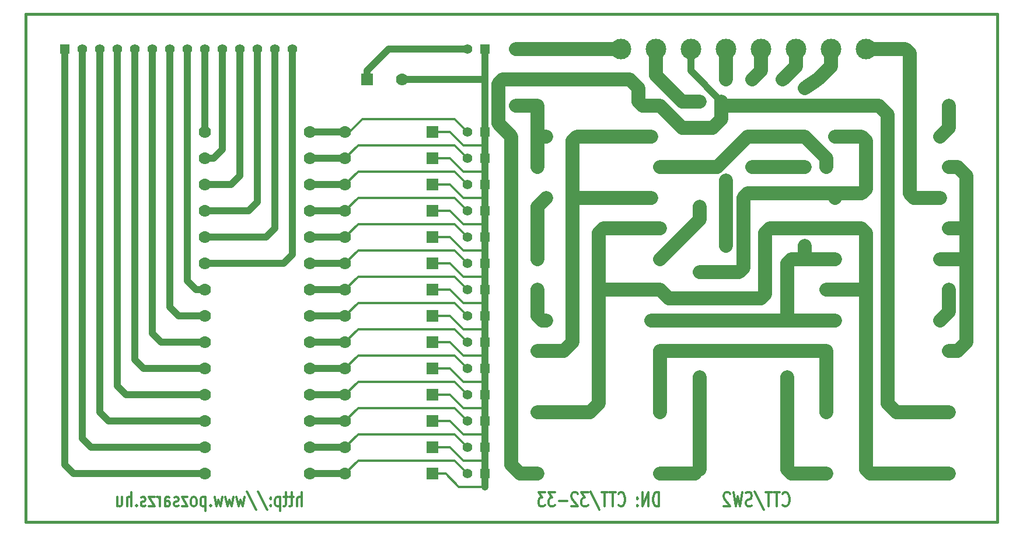
<source format=gbr>
G04 #@! TF.FileFunction,Copper,L2,Bot,Signal*
%FSLAX46Y46*%
G04 Gerber Fmt 4.6, Leading zero omitted, Abs format (unit mm)*
G04 Created by KiCad (PCBNEW 4.0.5+dfsg1-4+deb9u1) date Mon Sep 26 08:47:56 2022*
%MOMM*%
%LPD*%
G01*
G04 APERTURE LIST*
%ADD10C,0.100000*%
%ADD11C,0.304800*%
%ADD12C,0.381000*%
%ADD13R,1.778000X1.778000*%
%ADD14C,1.778000*%
%ADD15R,1.397000X1.397000*%
%ADD16C,1.397000*%
%ADD17C,2.999740*%
%ADD18C,1.099820*%
%ADD19C,1.000760*%
%ADD20C,1.998980*%
%ADD21C,0.350520*%
G04 APERTURE END LIST*
D10*
D11*
X189230000Y-141695714D02*
X189302571Y-141792476D01*
X189520285Y-141889238D01*
X189665428Y-141889238D01*
X189883143Y-141792476D01*
X190028285Y-141598952D01*
X190100857Y-141405429D01*
X190173428Y-141018381D01*
X190173428Y-140728095D01*
X190100857Y-140341048D01*
X190028285Y-140147524D01*
X189883143Y-139954000D01*
X189665428Y-139857238D01*
X189520285Y-139857238D01*
X189302571Y-139954000D01*
X189230000Y-140050762D01*
X188794571Y-139857238D02*
X187923714Y-139857238D01*
X188359143Y-141889238D02*
X188359143Y-139857238D01*
X187633428Y-139857238D02*
X186762571Y-139857238D01*
X187198000Y-141889238D02*
X187198000Y-139857238D01*
X185165999Y-139760476D02*
X186472285Y-142373048D01*
X184730571Y-141792476D02*
X184512857Y-141889238D01*
X184150000Y-141889238D01*
X184004857Y-141792476D01*
X183932286Y-141695714D01*
X183859714Y-141502190D01*
X183859714Y-141308667D01*
X183932286Y-141115143D01*
X184004857Y-141018381D01*
X184150000Y-140921619D01*
X184440286Y-140824857D01*
X184585428Y-140728095D01*
X184658000Y-140631333D01*
X184730571Y-140437810D01*
X184730571Y-140244286D01*
X184658000Y-140050762D01*
X184585428Y-139954000D01*
X184440286Y-139857238D01*
X184077428Y-139857238D01*
X183859714Y-139954000D01*
X183351714Y-139857238D02*
X182988857Y-141889238D01*
X182698571Y-140437810D01*
X182408285Y-141889238D01*
X182045428Y-139857238D01*
X181537428Y-140050762D02*
X181464857Y-139954000D01*
X181319714Y-139857238D01*
X180956857Y-139857238D01*
X180811714Y-139954000D01*
X180739143Y-140050762D01*
X180666571Y-140244286D01*
X180666571Y-140437810D01*
X180739143Y-140728095D01*
X181610000Y-141889238D01*
X180666571Y-141889238D01*
X171268572Y-141889238D02*
X171268572Y-139857238D01*
X170905715Y-139857238D01*
X170688000Y-139954000D01*
X170542858Y-140147524D01*
X170470286Y-140341048D01*
X170397715Y-140728095D01*
X170397715Y-141018381D01*
X170470286Y-141405429D01*
X170542858Y-141598952D01*
X170688000Y-141792476D01*
X170905715Y-141889238D01*
X171268572Y-141889238D01*
X169744572Y-141889238D02*
X169744572Y-139857238D01*
X168873715Y-141889238D01*
X168873715Y-139857238D01*
X168148001Y-141695714D02*
X168075429Y-141792476D01*
X168148001Y-141889238D01*
X168220572Y-141792476D01*
X168148001Y-141695714D01*
X168148001Y-141889238D01*
X168148001Y-140631333D02*
X168075429Y-140728095D01*
X168148001Y-140824857D01*
X168220572Y-140728095D01*
X168148001Y-140631333D01*
X168148001Y-140824857D01*
X165390287Y-141695714D02*
X165462858Y-141792476D01*
X165680572Y-141889238D01*
X165825715Y-141889238D01*
X166043430Y-141792476D01*
X166188572Y-141598952D01*
X166261144Y-141405429D01*
X166333715Y-141018381D01*
X166333715Y-140728095D01*
X166261144Y-140341048D01*
X166188572Y-140147524D01*
X166043430Y-139954000D01*
X165825715Y-139857238D01*
X165680572Y-139857238D01*
X165462858Y-139954000D01*
X165390287Y-140050762D01*
X164954858Y-139857238D02*
X164084001Y-139857238D01*
X164519430Y-141889238D02*
X164519430Y-139857238D01*
X163793715Y-139857238D02*
X162922858Y-139857238D01*
X163358287Y-141889238D02*
X163358287Y-139857238D01*
X161326286Y-139760476D02*
X162632572Y-142373048D01*
X160963430Y-139857238D02*
X160020001Y-139857238D01*
X160528001Y-140631333D01*
X160310287Y-140631333D01*
X160165144Y-140728095D01*
X160092573Y-140824857D01*
X160020001Y-141018381D01*
X160020001Y-141502190D01*
X160092573Y-141695714D01*
X160165144Y-141792476D01*
X160310287Y-141889238D01*
X160745715Y-141889238D01*
X160890858Y-141792476D01*
X160963430Y-141695714D01*
X159439429Y-140050762D02*
X159366858Y-139954000D01*
X159221715Y-139857238D01*
X158858858Y-139857238D01*
X158713715Y-139954000D01*
X158641144Y-140050762D01*
X158568572Y-140244286D01*
X158568572Y-140437810D01*
X158641144Y-140728095D01*
X159512001Y-141889238D01*
X158568572Y-141889238D01*
X157915429Y-141115143D02*
X156754286Y-141115143D01*
X156173715Y-139857238D02*
X155230286Y-139857238D01*
X155738286Y-140631333D01*
X155520572Y-140631333D01*
X155375429Y-140728095D01*
X155302858Y-140824857D01*
X155230286Y-141018381D01*
X155230286Y-141502190D01*
X155302858Y-141695714D01*
X155375429Y-141792476D01*
X155520572Y-141889238D01*
X155956000Y-141889238D01*
X156101143Y-141792476D01*
X156173715Y-141695714D01*
X154722286Y-139857238D02*
X153778857Y-139857238D01*
X154286857Y-140631333D01*
X154069143Y-140631333D01*
X153924000Y-140728095D01*
X153851429Y-140824857D01*
X153778857Y-141018381D01*
X153778857Y-141502190D01*
X153851429Y-141695714D01*
X153924000Y-141792476D01*
X154069143Y-141889238D01*
X154504571Y-141889238D01*
X154649714Y-141792476D01*
X154722286Y-141695714D01*
X119398140Y-141889238D02*
X119398140Y-139857238D01*
X118744997Y-141889238D02*
X118744997Y-140824857D01*
X118817568Y-140631333D01*
X118962711Y-140534571D01*
X119180426Y-140534571D01*
X119325568Y-140631333D01*
X119398140Y-140728095D01*
X118236997Y-140534571D02*
X117656426Y-140534571D01*
X118019283Y-139857238D02*
X118019283Y-141598952D01*
X117946711Y-141792476D01*
X117801569Y-141889238D01*
X117656426Y-141889238D01*
X117366140Y-140534571D02*
X116785569Y-140534571D01*
X117148426Y-139857238D02*
X117148426Y-141598952D01*
X117075854Y-141792476D01*
X116930712Y-141889238D01*
X116785569Y-141889238D01*
X116277569Y-140534571D02*
X116277569Y-142566571D01*
X116277569Y-140631333D02*
X116132426Y-140534571D01*
X115842140Y-140534571D01*
X115696997Y-140631333D01*
X115624426Y-140728095D01*
X115551855Y-140921619D01*
X115551855Y-141502190D01*
X115624426Y-141695714D01*
X115696997Y-141792476D01*
X115842140Y-141889238D01*
X116132426Y-141889238D01*
X116277569Y-141792476D01*
X114898712Y-141695714D02*
X114826140Y-141792476D01*
X114898712Y-141889238D01*
X114971283Y-141792476D01*
X114898712Y-141695714D01*
X114898712Y-141889238D01*
X114898712Y-140631333D02*
X114826140Y-140728095D01*
X114898712Y-140824857D01*
X114971283Y-140728095D01*
X114898712Y-140631333D01*
X114898712Y-140824857D01*
X113084426Y-139760476D02*
X114390712Y-142373048D01*
X111487855Y-139760476D02*
X112794141Y-142373048D01*
X111124999Y-140534571D02*
X110834713Y-141889238D01*
X110544427Y-140921619D01*
X110254142Y-141889238D01*
X109963856Y-140534571D01*
X109528428Y-140534571D02*
X109238142Y-141889238D01*
X108947856Y-140921619D01*
X108657571Y-141889238D01*
X108367285Y-140534571D01*
X107931857Y-140534571D02*
X107641571Y-141889238D01*
X107351285Y-140921619D01*
X107061000Y-141889238D01*
X106770714Y-140534571D01*
X106190143Y-141695714D02*
X106117571Y-141792476D01*
X106190143Y-141889238D01*
X106262714Y-141792476D01*
X106190143Y-141695714D01*
X106190143Y-141889238D01*
X105464429Y-140534571D02*
X105464429Y-142566571D01*
X105464429Y-140631333D02*
X105319286Y-140534571D01*
X105029000Y-140534571D01*
X104883857Y-140631333D01*
X104811286Y-140728095D01*
X104738715Y-140921619D01*
X104738715Y-141502190D01*
X104811286Y-141695714D01*
X104883857Y-141792476D01*
X105029000Y-141889238D01*
X105319286Y-141889238D01*
X105464429Y-141792476D01*
X103867858Y-141889238D02*
X104013000Y-141792476D01*
X104085572Y-141695714D01*
X104158143Y-141502190D01*
X104158143Y-140921619D01*
X104085572Y-140728095D01*
X104013000Y-140631333D01*
X103867858Y-140534571D01*
X103650143Y-140534571D01*
X103505000Y-140631333D01*
X103432429Y-140728095D01*
X103359858Y-140921619D01*
X103359858Y-141502190D01*
X103432429Y-141695714D01*
X103505000Y-141792476D01*
X103650143Y-141889238D01*
X103867858Y-141889238D01*
X102851858Y-140534571D02*
X102053572Y-140534571D01*
X102851858Y-141889238D01*
X102053572Y-141889238D01*
X101545572Y-141792476D02*
X101400429Y-141889238D01*
X101110144Y-141889238D01*
X100965001Y-141792476D01*
X100892429Y-141598952D01*
X100892429Y-141502190D01*
X100965001Y-141308667D01*
X101110144Y-141211905D01*
X101327858Y-141211905D01*
X101473001Y-141115143D01*
X101545572Y-140921619D01*
X101545572Y-140824857D01*
X101473001Y-140631333D01*
X101327858Y-140534571D01*
X101110144Y-140534571D01*
X100965001Y-140631333D01*
X99586144Y-141889238D02*
X99586144Y-140824857D01*
X99658715Y-140631333D01*
X99803858Y-140534571D01*
X100094144Y-140534571D01*
X100239287Y-140631333D01*
X99586144Y-141792476D02*
X99731287Y-141889238D01*
X100094144Y-141889238D01*
X100239287Y-141792476D01*
X100311858Y-141598952D01*
X100311858Y-141405429D01*
X100239287Y-141211905D01*
X100094144Y-141115143D01*
X99731287Y-141115143D01*
X99586144Y-141018381D01*
X98860430Y-141889238D02*
X98860430Y-140534571D01*
X98860430Y-140921619D02*
X98787858Y-140728095D01*
X98715287Y-140631333D01*
X98570144Y-140534571D01*
X98425001Y-140534571D01*
X98062144Y-140534571D02*
X97263858Y-140534571D01*
X98062144Y-141889238D01*
X97263858Y-141889238D01*
X96755858Y-141792476D02*
X96610715Y-141889238D01*
X96320430Y-141889238D01*
X96175287Y-141792476D01*
X96102715Y-141598952D01*
X96102715Y-141502190D01*
X96175287Y-141308667D01*
X96320430Y-141211905D01*
X96538144Y-141211905D01*
X96683287Y-141115143D01*
X96755858Y-140921619D01*
X96755858Y-140824857D01*
X96683287Y-140631333D01*
X96538144Y-140534571D01*
X96320430Y-140534571D01*
X96175287Y-140631333D01*
X95449573Y-141695714D02*
X95377001Y-141792476D01*
X95449573Y-141889238D01*
X95522144Y-141792476D01*
X95449573Y-141695714D01*
X95449573Y-141889238D01*
X94723859Y-141889238D02*
X94723859Y-139857238D01*
X94070716Y-141889238D02*
X94070716Y-140824857D01*
X94143287Y-140631333D01*
X94288430Y-140534571D01*
X94506145Y-140534571D01*
X94651287Y-140631333D01*
X94723859Y-140728095D01*
X92691859Y-140534571D02*
X92691859Y-141889238D01*
X93345002Y-140534571D02*
X93345002Y-141598952D01*
X93272430Y-141792476D01*
X93127288Y-141889238D01*
X92909573Y-141889238D01*
X92764430Y-141792476D01*
X92691859Y-141695714D01*
D12*
X79375000Y-144145000D02*
X79375000Y-70485000D01*
X220345000Y-144145000D02*
X79375000Y-144145000D01*
X220345000Y-70485000D02*
X220345000Y-144145000D01*
X79375000Y-70485000D02*
X220345000Y-70485000D01*
D13*
X128905000Y-80010000D03*
D14*
X133985000Y-80010000D03*
X125730000Y-137160000D03*
D13*
X138430000Y-137160000D03*
D14*
X125730000Y-133350000D03*
D13*
X138430000Y-133350000D03*
D14*
X125730000Y-129540000D03*
D13*
X138430000Y-129540000D03*
D14*
X125730000Y-125730000D03*
D13*
X138430000Y-125730000D03*
D14*
X125730000Y-121920000D03*
D13*
X138430000Y-121920000D03*
D14*
X125730000Y-118110000D03*
D13*
X138430000Y-118110000D03*
D14*
X125730000Y-114300000D03*
D13*
X138430000Y-114300000D03*
D14*
X125730000Y-110490000D03*
D13*
X138430000Y-110490000D03*
D14*
X125730000Y-106680000D03*
D13*
X138430000Y-106680000D03*
D14*
X125730000Y-102870000D03*
D13*
X138430000Y-102870000D03*
D14*
X125730000Y-99060000D03*
D13*
X138430000Y-99060000D03*
D14*
X125730000Y-95250000D03*
D13*
X138430000Y-95250000D03*
D14*
X125730000Y-91440000D03*
D13*
X138430000Y-91440000D03*
D14*
X125730000Y-87630000D03*
D13*
X138430000Y-87630000D03*
D14*
X120650000Y-137160000D03*
X105410000Y-137160000D03*
X105410000Y-133350000D03*
X120650000Y-133350000D03*
X120650000Y-129540000D03*
X105410000Y-129540000D03*
X120650000Y-125730000D03*
X105410000Y-125730000D03*
X120650000Y-121920000D03*
X105410000Y-121920000D03*
X120650000Y-118110000D03*
X105410000Y-118110000D03*
X120650000Y-114300000D03*
X105410000Y-114300000D03*
X120650000Y-110490000D03*
X105410000Y-110490000D03*
X105410000Y-106680000D03*
X120650000Y-106680000D03*
X105410000Y-102870000D03*
X120650000Y-102870000D03*
X105410000Y-99060000D03*
X120650000Y-99060000D03*
X105410000Y-95250000D03*
X120650000Y-95250000D03*
X105410000Y-91440000D03*
X120650000Y-91440000D03*
X105410000Y-87630000D03*
X120650000Y-87630000D03*
X170180000Y-88265000D03*
X154940000Y-88265000D03*
X170180000Y-97155000D03*
X154940000Y-97155000D03*
X189865000Y-107950000D03*
X189865000Y-123190000D03*
X196850000Y-114935000D03*
X212090000Y-114935000D03*
X170180000Y-114935000D03*
X154940000Y-114935000D03*
X196850000Y-106045000D03*
X212090000Y-106045000D03*
X177165000Y-83185000D03*
X177165000Y-98425000D03*
X177165000Y-123190000D03*
X177165000Y-107950000D03*
X212090000Y-88265000D03*
X196850000Y-88265000D03*
X195580000Y-128270000D03*
X213360000Y-128270000D03*
X171450000Y-128270000D03*
X153670000Y-128270000D03*
X195580000Y-119380000D03*
X213360000Y-119380000D03*
X171450000Y-119380000D03*
X153670000Y-119380000D03*
X195580000Y-137160000D03*
X213360000Y-137160000D03*
X213360000Y-110490000D03*
X195580000Y-110490000D03*
X153670000Y-110490000D03*
X171450000Y-110490000D03*
X213360000Y-101600000D03*
X195580000Y-101600000D03*
X153670000Y-101600000D03*
X171450000Y-101600000D03*
X213360000Y-92710000D03*
X195580000Y-92710000D03*
X153670000Y-92710000D03*
X171450000Y-92710000D03*
X153670000Y-137160000D03*
X171450000Y-137160000D03*
X195580000Y-83820000D03*
X213360000Y-83820000D03*
X171450000Y-83820000D03*
X153670000Y-83820000D03*
D15*
X146050000Y-129540000D03*
D16*
X143510000Y-129540000D03*
D15*
X146050000Y-125730000D03*
D16*
X143510000Y-125730000D03*
D15*
X146050000Y-121920000D03*
D16*
X143510000Y-121920000D03*
D15*
X146050000Y-118110000D03*
D16*
X143510000Y-118110000D03*
D15*
X146050000Y-137160000D03*
D16*
X143510000Y-137160000D03*
D15*
X146050000Y-114300000D03*
D16*
X143510000Y-114300000D03*
D15*
X146050000Y-110490000D03*
D16*
X143510000Y-110490000D03*
D15*
X146050000Y-106680000D03*
D16*
X143510000Y-106680000D03*
D15*
X146050000Y-102870000D03*
D16*
X143510000Y-102870000D03*
D15*
X146050000Y-99060000D03*
D16*
X143510000Y-99060000D03*
D15*
X146050000Y-95250000D03*
D16*
X143510000Y-95250000D03*
D15*
X146050000Y-133350000D03*
D16*
X143510000Y-133350000D03*
D15*
X146050000Y-91440000D03*
D16*
X143510000Y-91440000D03*
D15*
X146050000Y-87630000D03*
D16*
X143510000Y-87630000D03*
D17*
X201295000Y-75565000D03*
X196215000Y-75565000D03*
X191135000Y-75565000D03*
D15*
X85090000Y-75565000D03*
D16*
X87630000Y-75565000D03*
X90170000Y-75565000D03*
X92710000Y-75565000D03*
X95250000Y-75565000D03*
X97790000Y-75565000D03*
X100330000Y-75565000D03*
X102870000Y-75565000D03*
X105410000Y-75565000D03*
X107950000Y-75565000D03*
X110490000Y-75565000D03*
X113030000Y-75565000D03*
X115570000Y-75565000D03*
X118110000Y-75565000D03*
D15*
X146050000Y-75565000D03*
D16*
X143510000Y-75565000D03*
D17*
X165735000Y-75565000D03*
X170815000Y-75565000D03*
X175895000Y-75565000D03*
X180975000Y-75565000D03*
X186055000Y-75565000D03*
D18*
X150495000Y-83820000D03*
X150495000Y-75565000D03*
X171450000Y-106045000D03*
X153670000Y-106045000D03*
X192405000Y-104140000D03*
X192405000Y-92710000D03*
X184785000Y-92710000D03*
X184785000Y-80010000D03*
X196850000Y-97155000D03*
X212090000Y-97155000D03*
X180975000Y-104140000D03*
X180975000Y-94615000D03*
X180975000Y-80010000D03*
X180975000Y-119380000D03*
X189230000Y-80010000D03*
X189230000Y-101600000D03*
X192405000Y-81280000D03*
X192405000Y-88265000D03*
D19*
X102870000Y-75565000D02*
X102870000Y-78105000D01*
X95250000Y-75565000D02*
X95250000Y-78105000D01*
X92710000Y-75565000D02*
X92710000Y-78105000D01*
X85090000Y-75565000D02*
X85090000Y-78105000D01*
D20*
X170815000Y-79375000D02*
X174625000Y-83185000D01*
X174625000Y-83185000D02*
X177165000Y-83185000D01*
X170815000Y-75565000D02*
X170815000Y-79375000D01*
D19*
X101600000Y-114300000D02*
X105410000Y-114300000D01*
X100330000Y-113030000D02*
X101600000Y-114300000D01*
X100330000Y-75565000D02*
X100330000Y-77470000D01*
X100330000Y-77470000D02*
X100330000Y-113030000D01*
X92710000Y-124460000D02*
X93980000Y-125730000D01*
X93980000Y-125730000D02*
X105410000Y-125730000D01*
X92710000Y-78105000D02*
X92710000Y-124460000D01*
X92710000Y-77470000D02*
X92710000Y-78105000D01*
X107950000Y-90170000D02*
X107950000Y-77470000D01*
X106680000Y-91440000D02*
X107950000Y-90170000D01*
X107950000Y-77470000D02*
X107950000Y-75565000D01*
X105410000Y-91440000D02*
X106680000Y-91440000D01*
X110490000Y-93980000D02*
X110490000Y-77470000D01*
X109220000Y-95250000D02*
X110490000Y-93980000D01*
X110490000Y-77470000D02*
X110490000Y-75565000D01*
X105410000Y-95250000D02*
X109220000Y-95250000D01*
X113030000Y-97790000D02*
X113030000Y-77470000D01*
X111760000Y-99060000D02*
X113030000Y-97790000D01*
X113030000Y-77470000D02*
X113030000Y-75565000D01*
X105410000Y-99060000D02*
X111760000Y-99060000D01*
X115570000Y-101600000D02*
X115570000Y-77470000D01*
X114300000Y-102870000D02*
X115570000Y-101600000D01*
X115570000Y-77470000D02*
X115570000Y-75565000D01*
X105410000Y-102870000D02*
X114300000Y-102870000D01*
X118110000Y-105410000D02*
X118110000Y-77470000D01*
X116840000Y-106680000D02*
X118110000Y-105410000D01*
X118110000Y-77470000D02*
X118110000Y-75565000D01*
X105410000Y-106680000D02*
X116840000Y-106680000D01*
X102870000Y-109220000D02*
X104140000Y-110490000D01*
X104140000Y-110490000D02*
X105410000Y-110490000D01*
X102870000Y-78105000D02*
X102870000Y-109220000D01*
X102870000Y-77470000D02*
X102870000Y-78105000D01*
X97790000Y-116840000D02*
X97790000Y-77470000D01*
X99060000Y-118110000D02*
X97790000Y-116840000D01*
X97790000Y-77470000D02*
X97790000Y-75565000D01*
X105410000Y-118110000D02*
X99060000Y-118110000D01*
X95250000Y-120650000D02*
X96520000Y-121920000D01*
X96520000Y-121920000D02*
X105410000Y-121920000D01*
X95250000Y-78105000D02*
X95250000Y-120650000D01*
X95250000Y-77470000D02*
X95250000Y-78105000D01*
X90170000Y-128270000D02*
X90170000Y-77470000D01*
X91440000Y-129540000D02*
X90170000Y-128270000D01*
X90170000Y-77470000D02*
X90170000Y-75565000D01*
X105410000Y-129540000D02*
X91440000Y-129540000D01*
X88900000Y-133350000D02*
X105410000Y-133350000D01*
X87630000Y-132080000D02*
X88900000Y-133350000D01*
X87630000Y-75565000D02*
X87630000Y-77470000D01*
X87630000Y-77470000D02*
X87630000Y-132080000D01*
X86360000Y-137160000D02*
X85090000Y-135890000D01*
X85090000Y-78105000D02*
X85090000Y-77470000D01*
X85090000Y-135890000D02*
X85090000Y-78105000D01*
X105410000Y-137160000D02*
X86360000Y-137160000D01*
X105410000Y-77470000D02*
X105410000Y-75565000D01*
X105410000Y-87630000D02*
X105410000Y-77470000D01*
D21*
X140970000Y-121920000D02*
X142875000Y-123825000D01*
X142875000Y-123825000D02*
X146050000Y-123825000D01*
X138430000Y-121920000D02*
X140970000Y-121920000D01*
X140970000Y-125730000D02*
X142875000Y-127635000D01*
X142875000Y-127635000D02*
X146050000Y-127635000D01*
X138430000Y-125730000D02*
X140970000Y-125730000D01*
X140970000Y-129540000D02*
X142875000Y-131445000D01*
X142875000Y-131445000D02*
X146050000Y-131445000D01*
X138430000Y-129540000D02*
X140970000Y-129540000D01*
X140970000Y-133350000D02*
X142875000Y-135255000D01*
X142875000Y-135255000D02*
X146050000Y-135255000D01*
X138430000Y-133350000D02*
X140970000Y-133350000D01*
X142240000Y-139065000D02*
X146050000Y-139065000D01*
X140335000Y-137160000D02*
X142240000Y-139065000D01*
D19*
X146050000Y-139065000D02*
X146050000Y-137160000D01*
D21*
X138430000Y-137160000D02*
X140335000Y-137160000D01*
X140970000Y-114300000D02*
X142875000Y-116205000D01*
X142875000Y-116205000D02*
X146050000Y-116205000D01*
X138430000Y-114300000D02*
X140970000Y-114300000D01*
X140970000Y-118110000D02*
X142875000Y-120015000D01*
X142875000Y-120015000D02*
X146050000Y-120015000D01*
X138430000Y-118110000D02*
X140970000Y-118110000D01*
X140970000Y-106680000D02*
X142875000Y-108585000D01*
X142875000Y-108585000D02*
X146050000Y-108585000D01*
X138430000Y-106680000D02*
X140970000Y-106680000D01*
X140970000Y-110490000D02*
X142875000Y-112395000D01*
X142875000Y-112395000D02*
X146050000Y-112395000D01*
X138430000Y-110490000D02*
X140970000Y-110490000D01*
X140970000Y-99060000D02*
X142875000Y-100965000D01*
X142875000Y-100965000D02*
X146050000Y-100965000D01*
X138430000Y-99060000D02*
X140970000Y-99060000D01*
X140970000Y-102870000D02*
X142875000Y-104775000D01*
X142875000Y-104775000D02*
X146050000Y-104775000D01*
X138430000Y-102870000D02*
X140970000Y-102870000D01*
X140970000Y-95250000D02*
X142875000Y-97155000D01*
X142875000Y-97155000D02*
X146050000Y-97155000D01*
X138430000Y-95250000D02*
X140970000Y-95250000D01*
X140970000Y-91440000D02*
X142875000Y-93345000D01*
X142875000Y-93345000D02*
X146050000Y-93345000D01*
X138430000Y-91440000D02*
X140970000Y-91440000D01*
X140970000Y-87630000D02*
X142875000Y-89535000D01*
X142875000Y-89535000D02*
X146050000Y-89535000D01*
X138430000Y-87630000D02*
X140970000Y-87630000D01*
D19*
X146050000Y-135255000D02*
X146050000Y-137160000D01*
X146050000Y-131445000D02*
X146050000Y-135255000D01*
X146050000Y-128270000D02*
X146050000Y-131445000D01*
X146050000Y-127635000D02*
X146050000Y-128270000D01*
X146050000Y-123825000D02*
X146050000Y-127635000D01*
X146050000Y-120015000D02*
X146050000Y-123825000D01*
X146050000Y-116205000D02*
X146050000Y-120015000D01*
X146050000Y-112395000D02*
X146050000Y-116205000D01*
X146050000Y-108585000D02*
X146050000Y-112395000D01*
X146050000Y-104775000D02*
X146050000Y-108585000D01*
X146050000Y-100965000D02*
X146050000Y-104775000D01*
X146050000Y-97155000D02*
X146050000Y-100965000D01*
X146050000Y-93345000D02*
X146050000Y-97155000D01*
X146050000Y-89535000D02*
X146050000Y-93345000D01*
X146050000Y-87630000D02*
X146050000Y-89535000D01*
X146050000Y-80645000D02*
X146050000Y-87630000D01*
X146050000Y-80010000D02*
X146050000Y-80645000D01*
X143510000Y-75565000D02*
X132080000Y-75565000D01*
X128905000Y-80010000D02*
X128905000Y-78740000D01*
X128905000Y-78740000D02*
X132080000Y-75565000D01*
X146050000Y-80010000D02*
X146050000Y-77470000D01*
X146050000Y-75565000D02*
X146050000Y-77470000D01*
X133985000Y-80010000D02*
X146050000Y-80010000D01*
D21*
X127635000Y-135255000D02*
X141605000Y-135255000D01*
X141605000Y-135255000D02*
X143510000Y-137160000D01*
X125730000Y-137160000D02*
X127635000Y-135255000D01*
D19*
X120650000Y-137160000D02*
X125730000Y-137160000D01*
D21*
X127635000Y-131445000D02*
X141605000Y-131445000D01*
X141605000Y-131445000D02*
X143510000Y-133350000D01*
X125730000Y-133350000D02*
X127635000Y-131445000D01*
D19*
X125730000Y-133350000D02*
X120650000Y-133350000D01*
D21*
X127635000Y-127635000D02*
X141605000Y-127635000D01*
X141605000Y-127635000D02*
X143510000Y-129540000D01*
X125730000Y-129540000D02*
X127635000Y-127635000D01*
D19*
X120650000Y-129540000D02*
X125730000Y-129540000D01*
D21*
X127635000Y-123825000D02*
X141605000Y-123825000D01*
X141605000Y-123825000D02*
X143510000Y-125730000D01*
X125730000Y-125730000D02*
X127635000Y-123825000D01*
D19*
X120650000Y-125730000D02*
X125730000Y-125730000D01*
D21*
X127635000Y-120015000D02*
X141605000Y-120015000D01*
X141605000Y-120015000D02*
X143510000Y-121920000D01*
X125730000Y-121920000D02*
X127635000Y-120015000D01*
D19*
X125730000Y-121920000D02*
X120650000Y-121920000D01*
D21*
X127635000Y-116205000D02*
X141605000Y-116205000D01*
X141605000Y-116205000D02*
X143510000Y-118110000D01*
X125730000Y-118110000D02*
X127635000Y-116205000D01*
D19*
X120650000Y-118110000D02*
X125730000Y-118110000D01*
D21*
X127635000Y-112395000D02*
X141605000Y-112395000D01*
X141605000Y-112395000D02*
X143510000Y-114300000D01*
X125730000Y-114300000D02*
X127635000Y-112395000D01*
D19*
X120650000Y-114300000D02*
X125730000Y-114300000D01*
D21*
X127635000Y-108585000D02*
X141605000Y-108585000D01*
X141605000Y-108585000D02*
X143510000Y-110490000D01*
X125730000Y-110490000D02*
X127635000Y-108585000D01*
D19*
X125730000Y-110490000D02*
X120650000Y-110490000D01*
D21*
X127635000Y-104775000D02*
X141605000Y-104775000D01*
X141605000Y-104775000D02*
X143510000Y-106680000D01*
X125730000Y-106680000D02*
X127635000Y-104775000D01*
D19*
X120650000Y-106680000D02*
X125730000Y-106680000D01*
D21*
X127635000Y-100965000D02*
X141605000Y-100965000D01*
X141605000Y-100965000D02*
X143510000Y-102870000D01*
X125730000Y-102870000D02*
X127635000Y-100965000D01*
D19*
X120650000Y-102870000D02*
X125730000Y-102870000D01*
D21*
X127635000Y-97155000D02*
X141605000Y-97155000D01*
X141605000Y-97155000D02*
X143510000Y-99060000D01*
X125730000Y-99060000D02*
X127635000Y-97155000D01*
D19*
X120650000Y-99060000D02*
X125730000Y-99060000D01*
D21*
X127635000Y-93345000D02*
X141605000Y-93345000D01*
X141605000Y-93345000D02*
X143510000Y-95250000D01*
X125730000Y-95250000D02*
X127635000Y-93345000D01*
D19*
X120650000Y-95250000D02*
X125730000Y-95250000D01*
D21*
X127635000Y-89535000D02*
X141605000Y-89535000D01*
X141605000Y-89535000D02*
X143510000Y-91440000D01*
X125730000Y-91440000D02*
X127635000Y-89535000D01*
D19*
X120650000Y-91440000D02*
X125730000Y-91440000D01*
D21*
X126365000Y-87630000D02*
X128270000Y-85725000D01*
X128270000Y-85725000D02*
X141605000Y-85725000D01*
X141605000Y-85725000D02*
X143510000Y-87630000D01*
X125730000Y-87630000D02*
X126365000Y-87630000D01*
D19*
X125730000Y-87630000D02*
X120650000Y-87630000D01*
D20*
X170180000Y-97155000D02*
X158750000Y-97155000D01*
X159385000Y-88265000D02*
X158750000Y-88900000D01*
X158750000Y-97155000D02*
X158750000Y-118110000D01*
X158750000Y-88900000D02*
X158750000Y-97155000D01*
X158750000Y-118110000D02*
X157480000Y-119380000D01*
X157480000Y-119380000D02*
X153670000Y-119380000D01*
X170180000Y-88265000D02*
X159385000Y-88265000D01*
X150495000Y-75565000D02*
X165735000Y-75565000D01*
X153670000Y-83820000D02*
X150495000Y-83820000D01*
X154940000Y-88265000D02*
X153670000Y-88265000D01*
X153670000Y-88265000D02*
X153670000Y-92710000D01*
X153670000Y-83820000D02*
X153670000Y-88265000D01*
X177165000Y-100330000D02*
X171450000Y-106045000D01*
X153670000Y-106045000D02*
X153670000Y-101600000D01*
X177165000Y-98425000D02*
X177165000Y-100330000D01*
X153670000Y-98425000D02*
X153670000Y-101600000D01*
X154940000Y-97155000D02*
X153670000Y-98425000D01*
X192405000Y-92710000D02*
X184785000Y-92710000D01*
X184785000Y-80010000D02*
X186055000Y-78740000D01*
X186055000Y-78740000D02*
X186055000Y-75565000D01*
X192405000Y-106045000D02*
X192405000Y-104140000D01*
X189865000Y-106680000D02*
X190500000Y-106045000D01*
X192405000Y-106045000D02*
X196850000Y-106045000D01*
X190500000Y-106045000D02*
X192405000Y-106045000D01*
X189865000Y-114935000D02*
X189865000Y-106680000D01*
X189865000Y-114935000D02*
X170180000Y-114935000D01*
X196850000Y-114935000D02*
X189865000Y-114935000D01*
X190500000Y-137160000D02*
X189865000Y-136525000D01*
X189865000Y-136525000D02*
X189865000Y-123190000D01*
X192405000Y-137160000D02*
X190500000Y-137160000D01*
X195580000Y-137160000D02*
X192405000Y-137160000D01*
X213360000Y-113665000D02*
X213360000Y-110490000D01*
X212090000Y-114935000D02*
X213360000Y-113665000D01*
X154305000Y-114935000D02*
X153670000Y-114300000D01*
X153670000Y-114300000D02*
X153670000Y-110490000D01*
X154940000Y-114935000D02*
X154305000Y-114935000D01*
X214630000Y-92710000D02*
X215900000Y-93980000D01*
X213360000Y-101600000D02*
X215900000Y-101600000D01*
X213360000Y-92710000D02*
X214630000Y-92710000D01*
X212090000Y-106045000D02*
X215900000Y-106045000D01*
X214630000Y-119380000D02*
X215900000Y-118110000D01*
X215900000Y-106045000D02*
X215900000Y-102870000D01*
X215900000Y-118110000D02*
X215900000Y-106045000D01*
X213360000Y-119380000D02*
X214630000Y-119380000D01*
X215900000Y-101600000D02*
X215900000Y-102870000D01*
X215900000Y-93980000D02*
X215900000Y-101600000D01*
D19*
X176530000Y-137160000D02*
X177165000Y-136525000D01*
D20*
X177165000Y-136525000D02*
X177165000Y-123190000D01*
X171450000Y-137160000D02*
X176530000Y-137160000D01*
X212090000Y-97155000D02*
X208280000Y-97155000D01*
X208280000Y-97155000D02*
X207645000Y-96520000D01*
X207645000Y-96520000D02*
X207645000Y-76200000D01*
X207645000Y-76200000D02*
X207010000Y-75565000D01*
X207010000Y-75565000D02*
X201295000Y-75565000D01*
X196850000Y-96520000D02*
X196850000Y-97155000D01*
X200660000Y-88265000D02*
X201295000Y-88900000D01*
X201295000Y-88900000D02*
X201295000Y-95885000D01*
X201295000Y-95885000D02*
X200660000Y-96520000D01*
X196850000Y-96520000D02*
X184150000Y-96520000D01*
X197485000Y-96520000D02*
X196850000Y-96520000D01*
X200660000Y-96520000D02*
X197485000Y-96520000D01*
X184150000Y-96520000D02*
X183515000Y-97155000D01*
X183515000Y-97155000D02*
X183515000Y-107315000D01*
X183515000Y-107315000D02*
X182880000Y-107950000D01*
X182880000Y-107950000D02*
X177165000Y-107950000D01*
X196850000Y-88265000D02*
X200660000Y-88265000D01*
X213360000Y-86995000D02*
X212090000Y-88265000D01*
X213360000Y-83820000D02*
X213360000Y-86995000D01*
X180975000Y-104140000D02*
X180975000Y-94615000D01*
X180975000Y-75565000D02*
X180975000Y-80010000D01*
X171450000Y-119380000D02*
X171450000Y-128270000D01*
X180975000Y-119380000D02*
X195580000Y-119380000D01*
X180340000Y-119380000D02*
X180975000Y-119380000D01*
X171450000Y-119380000D02*
X180340000Y-119380000D01*
X195580000Y-119380000D02*
X195580000Y-128270000D01*
X195580000Y-83820000D02*
X180340000Y-83820000D01*
X180340000Y-83185000D02*
X180340000Y-83820000D01*
X180340000Y-85725000D02*
X180340000Y-83185000D01*
X179070000Y-86995000D02*
X180340000Y-85725000D01*
X174625000Y-86995000D02*
X179070000Y-86995000D01*
X171450000Y-83820000D02*
X174625000Y-86995000D01*
X149860000Y-135890000D02*
X149860000Y-97790000D01*
X149860000Y-97790000D02*
X149860000Y-89535000D01*
X151130000Y-137160000D02*
X149860000Y-135890000D01*
X151130000Y-80010000D02*
X165735000Y-80010000D01*
X171450000Y-83820000D02*
X168910000Y-83820000D01*
X168275000Y-83185000D02*
X168275000Y-81280000D01*
X168910000Y-83820000D02*
X168275000Y-83185000D01*
X165735000Y-80010000D02*
X167005000Y-80010000D01*
X167005000Y-80010000D02*
X168275000Y-81280000D01*
X151130000Y-80010000D02*
X148590000Y-80010000D01*
X149860000Y-88265000D02*
X149860000Y-89535000D01*
X147955000Y-86360000D02*
X149860000Y-88265000D01*
X147955000Y-80645000D02*
X147955000Y-86360000D01*
X148590000Y-80010000D02*
X147955000Y-80645000D01*
X153670000Y-137160000D02*
X151130000Y-137160000D01*
X203200000Y-83820000D02*
X204470000Y-85090000D01*
X204470000Y-85090000D02*
X204470000Y-127000000D01*
X204470000Y-127000000D02*
X205740000Y-128270000D01*
X205740000Y-128270000D02*
X213360000Y-128270000D01*
X195580000Y-83820000D02*
X203200000Y-83820000D01*
D19*
X175895000Y-78740000D02*
X180340000Y-83185000D01*
X175895000Y-75565000D02*
X175895000Y-78740000D01*
D20*
X162560000Y-110490000D02*
X164465000Y-110490000D01*
X162560000Y-102235000D02*
X163195000Y-101600000D01*
X163195000Y-101600000D02*
X171450000Y-101600000D01*
X162560000Y-110490000D02*
X162560000Y-102235000D01*
X162560000Y-111760000D02*
X162560000Y-110490000D01*
X187325000Y-101600000D02*
X186690000Y-102235000D01*
X186690000Y-102235000D02*
X186690000Y-111125000D01*
X186690000Y-111125000D02*
X186055000Y-111760000D01*
X186055000Y-111760000D02*
X172720000Y-111760000D01*
X172720000Y-111760000D02*
X171450000Y-110490000D01*
X189230000Y-101600000D02*
X187325000Y-101600000D01*
X195580000Y-101600000D02*
X189230000Y-101600000D01*
X195580000Y-110490000D02*
X201295000Y-110490000D01*
X200660000Y-101600000D02*
X201295000Y-102235000D01*
X201295000Y-110490000D02*
X201295000Y-136525000D01*
X201295000Y-102235000D02*
X201295000Y-110490000D01*
X201295000Y-136525000D02*
X201930000Y-137160000D01*
X201930000Y-137160000D02*
X213360000Y-137160000D01*
X195580000Y-101600000D02*
X200660000Y-101600000D01*
X164465000Y-110490000D02*
X171450000Y-110490000D01*
X162560000Y-112395000D02*
X162560000Y-111760000D01*
X162560000Y-127000000D02*
X162560000Y-112395000D01*
X161290000Y-128270000D02*
X162560000Y-127000000D01*
X153670000Y-128270000D02*
X161290000Y-128270000D01*
X191135000Y-78105000D02*
X189230000Y-80010000D01*
X191135000Y-75565000D02*
X191135000Y-78105000D01*
X195580000Y-91440000D02*
X192405000Y-88265000D01*
X195580000Y-92710000D02*
X195580000Y-91440000D01*
X179705000Y-92710000D02*
X184150000Y-88265000D01*
X184150000Y-88265000D02*
X192405000Y-88265000D01*
X179070000Y-92710000D02*
X179705000Y-92710000D01*
X179070000Y-92710000D02*
X171450000Y-92710000D01*
X194310000Y-80010000D02*
X192405000Y-81280000D01*
X196215000Y-78105000D02*
X194310000Y-80010000D01*
X196215000Y-75565000D02*
X196215000Y-78105000D01*
M02*

</source>
